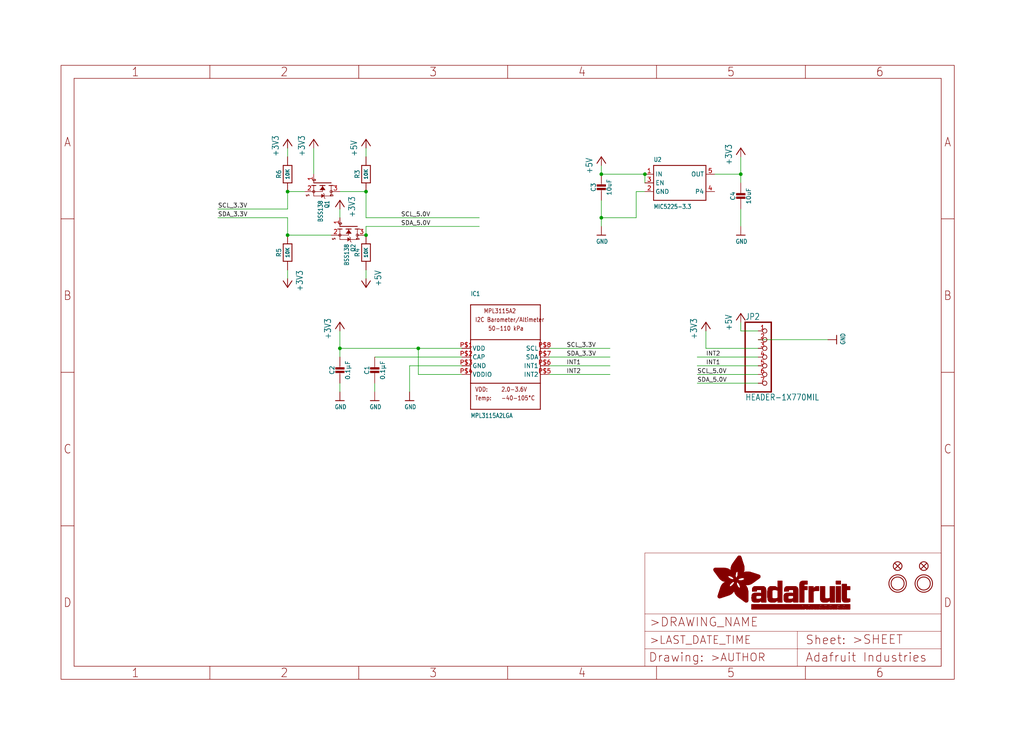
<source format=kicad_sch>
(kicad_sch (version 20211123) (generator eeschema)
  (paper "User" 298.45 217.881)
  (lib_symbols
    (symbol "eagleSchem-eagle-import:+3V3" (power)
      (property "Value" "+3V3" (at -2.54 -5.08 90))
      (symbol "+3V3_1_0"
        (pin power_in line (at 0 -2.54 90) (length 2.54) (name "+3V3") (number "1"))
      )
    )
    (symbol "eagleSchem-eagle-import:+5V" (power)
      (property "Value" "+5V" (at -2.54 -5.08 90))
      (symbol "+5V_1_0"
        (pin power_in line (at 0 -2.54 90) (length 2.54) (name "+5V") (number "1"))
      )
    )
    (symbol "eagleSchem-eagle-import:CAP_CERAMIC0805-NOOUTLINE"
      (property "Reference" "C" (at -2.29 1.25 90))
      (property "Value" "CAP_CERAMIC0805-NOOUTLINE" (at 2.3 1.25 90))
      (symbol "CAP_CERAMIC0805-NOOUTLINE_1_0"
        (pin passive line (at 0 5.08 270) (length 2.54) (name "1") (number "1"))
        (pin passive line (at 0 -2.54 90) (length 2.54) (name "2") (number "2"))
      )
    )
    (symbol "eagleSchem-eagle-import:FIDUCIAL{dblquote}{dblquote}")
    (symbol "eagleSchem-eagle-import:FRAME_A4_ADAFRUIT"
      (symbol "FRAME_A4_ADAFRUIT_0_0"
        (text "1" (at 21.6958 1.905 0) (effects (font (size 2.54 2.286))))
        (text "1" (at 21.6958 177.165 0) (effects (font (size 2.54 2.286))))
        (text "2" (at 65.0875 1.905 0) (effects (font (size 2.54 2.286))))
        (text "2" (at 65.0875 177.165 0) (effects (font (size 2.54 2.286))))
        (text "3" (at 108.4792 1.905 0) (effects (font (size 2.54 2.286))))
        (text "3" (at 108.4792 177.165 0) (effects (font (size 2.54 2.286))))
        (text "4" (at 151.8708 1.905 0) (effects (font (size 2.54 2.286))))
        (text "4" (at 151.8708 177.165 0) (effects (font (size 2.54 2.286))))
        (text "5" (at 195.2625 1.905 0) (effects (font (size 2.54 2.286))))
        (text "5" (at 195.2625 177.165 0) (effects (font (size 2.54 2.286))))
        (text "6" (at 238.6542 1.905 0) (effects (font (size 2.54 2.286))))
        (text "6" (at 238.6542 177.165 0) (effects (font (size 2.54 2.286))))
        (text "A" (at 1.905 156.6863 0) (effects (font (size 2.54 2.286))))
        (text "A" (at 258.445 156.6863 0) (effects (font (size 2.54 2.286))))
        (text "B" (at 1.905 111.9188 0) (effects (font (size 2.54 2.286))))
        (text "B" (at 258.445 111.9188 0) (effects (font (size 2.54 2.286))))
        (text "C" (at 1.905 67.1513 0) (effects (font (size 2.54 2.286))))
        (text "C" (at 258.445 67.1513 0) (effects (font (size 2.54 2.286))))
        (text "D" (at 1.905 22.3838 0) (effects (font (size 2.54 2.286))))
        (text "D" (at 258.445 22.3838 0) (effects (font (size 2.54 2.286))))
      )
      (symbol "FRAME_A4_ADAFRUIT_1_0"
        (text ">AUTHOR" (at 189.23 5.08 0) (effects (font (size 2.286 2.286)) (justify left bottom)))
        (text ">DRAWING_NAME" (at 171.45 15.24 0) (effects (font (size 2.54 2.54)) (justify left bottom)))
        (text ">LAST_DATE_TIME" (at 171.45 10.16 0) (effects (font (size 2.286 2.286)) (justify left bottom)))
        (text ">SHEET" (at 230.505 10.16 0) (effects (font (size 2.54 2.54)) (justify left bottom)))
        (text "Adafruit Industries" (at 216.916 4.953 0) (effects (font (size 2.54 2.54)) (justify left bottom)))
        (text "Drawing:" (at 171.196 4.953 0) (effects (font (size 2.54 2.54)) (justify left bottom)))
        (text "Sheet:" (at 216.916 10.033 0) (effects (font (size 2.54 2.54)) (justify left bottom)))
      )
    )
    (symbol "eagleSchem-eagle-import:GND" (power)
      (property "Value" "GND" (at -1.524 -2.54 0))
      (symbol "GND_1_0"
        (pin power_in line (at 0 2.54 270) (length 2.54) (name "GND") (number "1"))
      )
    )
    (symbol "eagleSchem-eagle-import:HEADER-1X770MIL"
      (property "Reference" "JP" (at -6.35 10.795 0))
      (property "Value" "HEADER-1X770MIL" (at -6.35 -12.7 0))
      (symbol "HEADER-1X770MIL_1_0"
        (pin passive inverted (at -2.54 7.62 0) (length 2.54) (name "1") (number "1"))
        (pin passive inverted (at -2.54 5.08 0) (length 2.54) (name "2") (number "2"))
        (pin passive inverted (at -2.54 2.54 0) (length 2.54) (name "3") (number "3"))
        (pin passive inverted (at -2.54 0 0) (length 2.54) (name "4") (number "4"))
        (pin passive inverted (at -2.54 -2.54 0) (length 2.54) (name "5") (number "5"))
        (pin passive inverted (at -2.54 -5.08 0) (length 2.54) (name "6") (number "6"))
        (pin passive inverted (at -2.54 -7.62 0) (length 2.54) (name "7") (number "7"))
      )
    )
    (symbol "eagleSchem-eagle-import:MOSFET-NWIDE"
      (property "Reference" "Q" (at 5.08 0.635 0))
      (property "Value" "MOSFET-NWIDE" (at 5.08 -1.27 0))
      (symbol "MOSFET-NWIDE_1_0"
        (text "D" (at 3.175 3.175 0) (effects (font (size 0.8128 0.6908)) (justify left bottom)))
        (text "G" (at -1.27 -1.905 0) (effects (font (size 0.8128 0.6908)) (justify left bottom)))
        (text "S" (at 3.175 -3.81 0) (effects (font (size 0.8128 0.6908)) (justify left bottom)))
        (pin bidirectional line (at -2.54 -2.54 0) (length 2.54) (name "G") (number "1"))
        (pin bidirectional line (at 2.54 -5.08 90) (length 2.54) (name "S") (number "2"))
        (pin bidirectional line (at 2.54 5.08 270) (length 2.54) (name "D") (number "3"))
      )
    )
    (symbol "eagleSchem-eagle-import:MOUNTINGHOLE2.5")
    (symbol "eagleSchem-eagle-import:MPL3115A2LGA"
      (property "Reference" "IC" (at -10.16 20.32 0))
      (property "Value" "MPL3115A2LGA" (at -10.16 -15.24 0))
      (symbol "MPL3115A2LGA_1_0"
        (text "-40-105°C" (at -1.27 -10.16 0) (effects (font (size 1.27 1.0795)) (justify left bottom)))
        (text "2.0-3.6V" (at -1.27 -7.62 0) (effects (font (size 1.27 1.0795)) (justify left bottom)))
        (text "50-110 kPa" (at -5.08 10.16 0) (effects (font (size 1.27 1.0795)) (justify left bottom)))
        (text "I2C Barometer/Altimeter" (at -8.89 12.7 0) (effects (font (size 1.27 1.0795)) (justify left bottom)))
        (text "MPL3115A2" (at -6.35 15.24 0) (effects (font (size 1.27 1.0795)) (justify left bottom)))
        (text "Temp:" (at -8.89 -10.16 0) (effects (font (size 1.27 1.0795)) (justify left bottom)))
        (text "VDD:" (at -8.89 -7.62 0) (effects (font (size 1.27 1.0795)) (justify left bottom)))
        (pin power_in line (at -12.7 5.08 0) (length 2.54) (name "VDD") (number "P$1"))
        (pin passive line (at -12.7 2.54 0) (length 2.54) (name "CAP") (number "P$2"))
        (pin power_in line (at -12.7 0 0) (length 2.54) (name "GND") (number "P$3"))
        (pin power_in line (at -12.7 -2.54 0) (length 2.54) (name "VDDIO") (number "P$4"))
        (pin output line (at 12.7 -2.54 180) (length 2.54) (name "INT2") (number "P$5"))
        (pin output line (at 12.7 0 180) (length 2.54) (name "INT1") (number "P$6"))
        (pin bidirectional line (at 12.7 2.54 180) (length 2.54) (name "SDA") (number "P$7"))
        (pin bidirectional line (at 12.7 5.08 180) (length 2.54) (name "SCL") (number "P$8"))
      )
    )
    (symbol "eagleSchem-eagle-import:RESISTOR0805_NOOUTLINE"
      (property "Reference" "R" (at 0 2.54 0))
      (property "Value" "RESISTOR0805_NOOUTLINE" (at 0 0 0))
      (symbol "RESISTOR0805_NOOUTLINE_1_0"
        (pin passive line (at -5.08 0 0) (length 2.54) (name "1") (number "1"))
        (pin passive line (at 5.08 0 180) (length 2.54) (name "2") (number "2"))
      )
    )
    (symbol "eagleSchem-eagle-import:VREG_SOT23-5"
      (property "Reference" "U" (at -7.62 6.096 0))
      (property "Value" "VREG_SOT23-5" (at -7.62 -7.62 0))
      (symbol "VREG_SOT23-5_1_0"
        (pin power_in line (at -10.16 2.54 0) (length 2.54) (name "IN") (number "1"))
        (pin power_in line (at -10.16 -2.54 0) (length 2.54) (name "GND") (number "2"))
        (pin input line (at -10.16 0 0) (length 2.54) (name "EN") (number "3"))
        (pin bidirectional line (at 10.16 -2.54 180) (length 2.54) (name "P4") (number "4"))
        (pin power_in line (at 10.16 2.54 180) (length 2.54) (name "OUT") (number "5"))
      )
    )
  )
  (junction (at 175.26 63.5))
  (junction (at 106.68 55.88))
  (junction (at 121.92 101.6))
  (junction (at 175.26 50.8))
  (junction (at 215.9 50.8))
  (junction (at 83.82 68.58))
  (junction (at 187.96 50.8))
  (junction (at 99.06 101.6))
  (junction (at 83.82 55.88))
  (junction (at 106.68 68.58))
  (wire (pts (xy 187.96 55.88) (xy 185.42 55.88)))
  (wire (pts (xy 121.92 101.6) (xy 99.06 101.6)))
  (wire (pts (xy 160.02 104.14) (xy 177.8 104.14)))
  (wire (pts (xy 215.9 96.52) (xy 220.98 96.52)))
  (wire (pts (xy 215.9 93.98) (xy 215.9 96.52)))
  (wire (pts (xy 83.82 68.58) (xy 83.82 63.5)))
  (wire (pts (xy 134.62 104.14) (xy 109.22 104.14)))
  (wire (pts (xy 175.26 63.5) (xy 175.26 66.04)))
  (wire (pts (xy 203.2 106.68) (xy 220.98 106.68)))
  (wire (pts (xy 99.06 60.96) (xy 99.06 63.5)))
  (wire (pts (xy 99.06 55.88) (xy 106.68 55.88)))
  (wire (pts (xy 91.44 50.8) (xy 91.44 43.18)))
  (wire (pts (xy 99.06 111.76) (xy 99.06 114.3)))
  (wire (pts (xy 220.98 104.14) (xy 203.2 104.14)))
  (wire (pts (xy 83.82 43.18) (xy 83.82 45.72)))
  (wire (pts (xy 63.5 63.5) (xy 83.82 63.5)))
  (wire (pts (xy 220.98 111.76) (xy 203.2 111.76)))
  (wire (pts (xy 160.02 106.68) (xy 177.8 106.68)))
  (wire (pts (xy 205.74 101.6) (xy 205.74 96.52)))
  (wire (pts (xy 106.68 55.88) (xy 106.68 63.5)))
  (wire (pts (xy 185.42 55.88) (xy 185.42 63.5)))
  (wire (pts (xy 96.52 68.58) (xy 83.82 68.58)))
  (wire (pts (xy 99.06 96.52) (xy 99.06 101.6)))
  (wire (pts (xy 119.38 106.68) (xy 119.38 114.3)))
  (wire (pts (xy 134.62 106.68) (xy 119.38 106.68)))
  (wire (pts (xy 106.68 66.04) (xy 139.7 66.04)))
  (wire (pts (xy 175.26 48.26) (xy 175.26 50.8)))
  (wire (pts (xy 83.82 55.88) (xy 88.9 55.88)))
  (wire (pts (xy 160.02 101.6) (xy 177.8 101.6)))
  (wire (pts (xy 208.28 50.8) (xy 215.9 50.8)))
  (wire (pts (xy 215.9 60.96) (xy 215.9 66.04)))
  (wire (pts (xy 83.82 81.28) (xy 83.82 78.74)))
  (wire (pts (xy 185.42 63.5) (xy 175.26 63.5)))
  (wire (pts (xy 99.06 101.6) (xy 99.06 104.14)))
  (wire (pts (xy 175.26 63.5) (xy 175.26 58.42)))
  (wire (pts (xy 121.92 101.6) (xy 121.92 109.22)))
  (wire (pts (xy 187.96 50.8) (xy 175.26 50.8)))
  (wire (pts (xy 134.62 101.6) (xy 121.92 101.6)))
  (wire (pts (xy 106.68 63.5) (xy 139.7 63.5)))
  (wire (pts (xy 220.98 99.06) (xy 241.3 99.06)))
  (wire (pts (xy 215.9 50.8) (xy 215.9 45.72)))
  (wire (pts (xy 187.96 53.34) (xy 187.96 50.8)))
  (wire (pts (xy 106.68 43.18) (xy 106.68 45.72)))
  (wire (pts (xy 220.98 109.22) (xy 203.2 109.22)))
  (wire (pts (xy 160.02 109.22) (xy 177.8 109.22)))
  (wire (pts (xy 134.62 109.22) (xy 121.92 109.22)))
  (wire (pts (xy 106.68 81.28) (xy 106.68 78.74)))
  (wire (pts (xy 109.22 111.76) (xy 109.22 114.3)))
  (wire (pts (xy 220.98 101.6) (xy 205.74 101.6)))
  (wire (pts (xy 83.82 60.96) (xy 83.82 55.88)))
  (wire (pts (xy 106.68 68.58) (xy 106.68 66.04)))
  (wire (pts (xy 215.9 50.8) (xy 215.9 53.34)))
  (wire (pts (xy 83.82 60.96) (xy 63.5 60.96)))
  (label "INT1" (at 205.74 106.68 0) (effects (font (size 1.2446 1.2446))))
  (label "SDA_5.0V" (at 203.2 111.76 0) (effects (font (size 1.2446 1.2446))))
  (label "INT1" (at 165.1 106.68 0) (effects (font (size 1.2446 1.2446))))
  (label "SDA_5.0V" (at 116.84 66.04 0) (effects (font (size 1.2446 1.2446))))
  (label "SCL_5.0V" (at 203.2 109.22 0) (effects (font (size 1.2446 1.2446))))
  (label "SDA_3.3V" (at 165.1 104.14 0) (effects (font (size 1.2446 1.2446))))
  (label "INT2" (at 205.74 104.14 0) (effects (font (size 1.2446 1.2446))))
  (label "SCL_3.3V" (at 165.1 101.6 0) (effects (font (size 1.2446 1.2446))))
  (label "SDA_3.3V" (at 63.5 63.5 0) (effects (font (size 1.2446 1.2446))))
  (label "SCL_3.3V" (at 63.5 60.96 0) (effects (font (size 1.2446 1.2446))))
  (label "INT2" (at 165.1 109.22 0) (effects (font (size 1.2446 1.2446))))
  (label "SCL_5.0V" (at 116.84 63.5 0) (effects (font (size 1.2446 1.2446))))
  (symbol (lib_id "eagleSchem-eagle-import:VREG_SOT23-5") (at 198.12 53.34 0) (unit 1)
    (property "Reference" "U2" (at 190.5 47.244 0) (effects (font (size 1.27 1.0795)) (justify left bottom)))
    (property "Value" "MIC5225-3.3" (at 190.5 60.96 0) (effects (font (size 1.27 1.0795)) (justify left bottom)))
    (property "Footprint" "eagleSchem:SOT23-5" (effects hide))
  )
  (symbol (lib_id "eagleSchem-eagle-import:CAP_CERAMIC0805-NOOUTLINE") (at 175.26 55.88 0) (unit 1)
    (property "Reference" "C3" (at 172.97 54.63 90))
    (property "Value" "10uF" (at 177.56 54.63 90))
    (property "Footprint" "eagleSchem:0805-NO" (effects hide))
  )
  (symbol (lib_id "eagleSchem-eagle-import:GND") (at 99.06 116.84 0) (unit 1)
    (property "Reference" "#U$11" (effects hide))
    (property "Value" "GND" (at 97.536 119.38 0) (effects (font (size 1.27 1.0795)) (justify left bottom)))
    (property "Footprint" "eagleSchem:" (effects hide))
  )
  (symbol (lib_id "eagleSchem-eagle-import:+3V3") (at 83.82 83.82 180) (unit 1)
    (property "Reference" "#+3V5" (effects hide))
    (property "Value" "+3V3" (at 86.36 78.74 90) (effects (font (size 1.778 1.5113)) (justify left bottom)))
    (property "Footprint" "eagleSchem:" (effects hide))
  )
  (symbol (lib_id "eagleSchem-eagle-import:GND") (at 243.84 99.06 90) (unit 1)
    (property "Reference" "#U$4" (effects hide))
    (property "Value" "GND" (at 246.38 100.584 0) (effects (font (size 1.27 1.0795)) (justify left bottom)))
    (property "Footprint" "eagleSchem:" (effects hide))
  )
  (symbol (lib_id "eagleSchem-eagle-import:RESISTOR0805_NOOUTLINE") (at 106.68 50.8 90) (unit 1)
    (property "Reference" "R3" (at 104.14 50.8 0))
    (property "Value" "10K" (at 106.68 50.8 0) (effects (font (size 1.016 1.016) bold)))
    (property "Footprint" "eagleSchem:0805-NO" (effects hide))
  )
  (symbol (lib_id "eagleSchem-eagle-import:GND") (at 175.26 68.58 0) (unit 1)
    (property "Reference" "#U$13" (effects hide))
    (property "Value" "GND" (at 173.736 71.12 0) (effects (font (size 1.27 1.0795)) (justify left bottom)))
    (property "Footprint" "eagleSchem:" (effects hide))
  )
  (symbol (lib_id "eagleSchem-eagle-import:+3V3") (at 83.82 40.64 0) (unit 1)
    (property "Reference" "#+3V4" (effects hide))
    (property "Value" "+3V3" (at 81.28 45.72 90) (effects (font (size 1.778 1.5113)) (justify left bottom)))
    (property "Footprint" "eagleSchem:" (effects hide))
  )
  (symbol (lib_id "eagleSchem-eagle-import:MPL3115A2LGA") (at 147.32 106.68 0) (unit 1)
    (property "Reference" "IC1" (at 137.16 86.36 0) (effects (font (size 1.27 1.0795)) (justify left bottom)))
    (property "Value" "MPL3115A2LGA" (at 137.16 121.92 0) (effects (font (size 1.27 1.0795)) (justify left bottom)))
    (property "Footprint" "eagleSchem:LGA8" (effects hide))
  )
  (symbol (lib_id "eagleSchem-eagle-import:MOUNTINGHOLE2.5") (at 269.24 170.18 0) (unit 1)
    (property "Reference" "U$8" (effects hide))
    (property "Value" "MOUNTINGHOLE2.5" (effects hide))
    (property "Footprint" "eagleSchem:MOUNTINGHOLE_2.5_PLATED" (effects hide))
  )
  (symbol (lib_id "eagleSchem-eagle-import:GND") (at 119.38 116.84 0) (unit 1)
    (property "Reference" "#U$3" (effects hide))
    (property "Value" "GND" (at 117.856 119.38 0) (effects (font (size 1.27 1.0795)) (justify left bottom)))
    (property "Footprint" "eagleSchem:" (effects hide))
  )
  (symbol (lib_id "eagleSchem-eagle-import:RESISTOR0805_NOOUTLINE") (at 106.68 73.66 90) (unit 1)
    (property "Reference" "R4" (at 104.14 73.66 0))
    (property "Value" "10K" (at 106.68 73.66 0) (effects (font (size 1.016 1.016) bold)))
    (property "Footprint" "eagleSchem:0805-NO" (effects hide))
  )
  (symbol (lib_id "eagleSchem-eagle-import:+3V3") (at 99.06 58.42 0) (mirror y) (unit 1)
    (property "Reference" "#+3V3" (effects hide))
    (property "Value" "+3V3" (at 101.6 63.5 90) (effects (font (size 1.778 1.5113)) (justify left bottom)))
    (property "Footprint" "eagleSchem:" (effects hide))
  )
  (symbol (lib_id "eagleSchem-eagle-import:+3V3") (at 91.44 40.64 0) (unit 1)
    (property "Reference" "#+3V2" (effects hide))
    (property "Value" "+3V3" (at 88.9 45.72 90) (effects (font (size 1.778 1.5113)) (justify left bottom)))
    (property "Footprint" "eagleSchem:" (effects hide))
  )
  (symbol (lib_id "eagleSchem-eagle-import:+3V3") (at 215.9 43.18 0) (unit 1)
    (property "Reference" "#+3V6" (effects hide))
    (property "Value" "+3V3" (at 213.36 48.26 90) (effects (font (size 1.778 1.5113)) (justify left bottom)))
    (property "Footprint" "eagleSchem:" (effects hide))
  )
  (symbol (lib_id "eagleSchem-eagle-import:FRAME_A4_ADAFRUIT") (at 17.78 198.12 0) (unit 1)
    (property "Reference" "#U$1" (effects hide))
    (property "Value" "FRAME_A4_ADAFRUIT" (effects hide))
    (property "Footprint" "eagleSchem:" (effects hide))
  )
  (symbol (lib_id "eagleSchem-eagle-import:RESISTOR0805_NOOUTLINE") (at 83.82 50.8 90) (unit 1)
    (property "Reference" "R6" (at 81.28 50.8 0))
    (property "Value" "10K" (at 83.82 50.8 0) (effects (font (size 1.016 1.016) bold)))
    (property "Footprint" "eagleSchem:0805-NO" (effects hide))
  )
  (symbol (lib_id "eagleSchem-eagle-import:+5V") (at 106.68 40.64 0) (unit 1)
    (property "Reference" "#P+1" (effects hide))
    (property "Value" "+5V" (at 104.14 45.72 90) (effects (font (size 1.778 1.5113)) (justify left bottom)))
    (property "Footprint" "eagleSchem:" (effects hide))
  )
  (symbol (lib_id "eagleSchem-eagle-import:GND") (at 109.22 116.84 0) (unit 1)
    (property "Reference" "#U$10" (effects hide))
    (property "Value" "GND" (at 107.696 119.38 0) (effects (font (size 1.27 1.0795)) (justify left bottom)))
    (property "Footprint" "eagleSchem:" (effects hide))
  )
  (symbol (lib_id "eagleSchem-eagle-import:+5V") (at 106.68 83.82 180) (unit 1)
    (property "Reference" "#P+3" (effects hide))
    (property "Value" "+5V" (at 109.22 78.74 90) (effects (font (size 1.778 1.5113)) (justify left bottom)))
    (property "Footprint" "eagleSchem:" (effects hide))
  )
  (symbol (lib_id "eagleSchem-eagle-import:MOSFET-NWIDE") (at 93.98 53.34 270) (unit 1)
    (property "Reference" "Q1" (at 94.615 58.42 0) (effects (font (size 1.27 1.0795)) (justify left bottom)))
    (property "Value" "BSS138" (at 92.71 58.42 0) (effects (font (size 1.27 1.0795)) (justify left bottom)))
    (property "Footprint" "eagleSchem:SOT23-WIDE" (effects hide))
  )
  (symbol (lib_id "eagleSchem-eagle-import:FIDUCIAL{dblquote}{dblquote}") (at 269.24 165.1 0) (unit 1)
    (property "Reference" "FID1" (effects hide))
    (property "Value" "FIDUCIAL{dblquote}{dblquote}" (effects hide))
    (property "Footprint" "eagleSchem:FIDUCIAL_1MM" (effects hide))
  )
  (symbol (lib_id "eagleSchem-eagle-import:CAP_CERAMIC0805-NOOUTLINE") (at 99.06 109.22 0) (unit 1)
    (property "Reference" "C2" (at 96.77 107.97 90))
    (property "Value" "0.1µF" (at 101.36 107.97 90))
    (property "Footprint" "eagleSchem:0805-NO" (effects hide))
  )
  (symbol (lib_id "eagleSchem-eagle-import:+3V3") (at 99.06 93.98 0) (unit 1)
    (property "Reference" "#+3V1" (effects hide))
    (property "Value" "+3V3" (at 96.52 99.06 90) (effects (font (size 1.778 1.5113)) (justify left bottom)))
    (property "Footprint" "eagleSchem:" (effects hide))
  )
  (symbol (lib_id "eagleSchem-eagle-import:RESISTOR0805_NOOUTLINE") (at 83.82 73.66 90) (unit 1)
    (property "Reference" "R5" (at 81.28 73.66 0))
    (property "Value" "10K" (at 83.82 73.66 0) (effects (font (size 1.016 1.016) bold)))
    (property "Footprint" "eagleSchem:0805-NO" (effects hide))
  )
  (symbol (lib_id "eagleSchem-eagle-import:MOSFET-NWIDE") (at 101.6 66.04 270) (unit 1)
    (property "Reference" "Q2" (at 102.235 71.12 0) (effects (font (size 1.27 1.0795)) (justify left bottom)))
    (property "Value" "BSS138" (at 100.33 71.12 0) (effects (font (size 1.27 1.0795)) (justify left bottom)))
    (property "Footprint" "eagleSchem:SOT23-WIDE" (effects hide))
  )
  (symbol (lib_id "eagleSchem-eagle-import:HEADER-1X770MIL") (at 223.52 104.14 0) (unit 1)
    (property "Reference" "JP2" (at 217.17 93.345 0) (effects (font (size 1.778 1.5113)) (justify left bottom)))
    (property "Value" "HEADER-1X770MIL" (at 217.17 116.84 0) (effects (font (size 1.778 1.5113)) (justify left bottom)))
    (property "Footprint" "eagleSchem:1X07_ROUND_70" (effects hide))
  )
  (symbol (lib_id "eagleSchem-eagle-import:+3V3") (at 205.74 93.98 0) (unit 1)
    (property "Reference" "#+3V7" (effects hide))
    (property "Value" "+3V3" (at 203.2 99.06 90) (effects (font (size 1.778 1.5113)) (justify left bottom)))
    (property "Footprint" "eagleSchem:" (effects hide))
  )
  (symbol (lib_id "eagleSchem-eagle-import:CAP_CERAMIC0805-NOOUTLINE") (at 215.9 58.42 0) (unit 1)
    (property "Reference" "C4" (at 213.61 57.17 90))
    (property "Value" "10uF" (at 218.2 57.17 90))
    (property "Footprint" "eagleSchem:0805-NO" (effects hide))
  )
  (symbol (lib_id "eagleSchem-eagle-import:+5V") (at 215.9 91.44 0) (unit 1)
    (property "Reference" "#P+5" (effects hide))
    (property "Value" "+5V" (at 213.36 96.52 90) (effects (font (size 1.778 1.5113)) (justify left bottom)))
    (property "Footprint" "eagleSchem:" (effects hide))
  )
  (symbol (lib_id "eagleSchem-eagle-import:MOUNTINGHOLE2.5") (at 261.62 170.18 0) (unit 1)
    (property "Reference" "U$9" (effects hide))
    (property "Value" "MOUNTINGHOLE2.5" (effects hide))
    (property "Footprint" "eagleSchem:MOUNTINGHOLE_2.5_PLATED" (effects hide))
  )
  (symbol (lib_id "eagleSchem-eagle-import:+5V") (at 175.26 45.72 0) (unit 1)
    (property "Reference" "#P+4" (effects hide))
    (property "Value" "+5V" (at 172.72 50.8 90) (effects (font (size 1.778 1.5113)) (justify left bottom)))
    (property "Footprint" "eagleSchem:" (effects hide))
  )
  (symbol (lib_id "eagleSchem-eagle-import:GND") (at 215.9 68.58 0) (unit 1)
    (property "Reference" "#U$2" (effects hide))
    (property "Value" "GND" (at 214.376 71.12 0) (effects (font (size 1.27 1.0795)) (justify left bottom)))
    (property "Footprint" "eagleSchem:" (effects hide))
  )
  (symbol (lib_id "eagleSchem-eagle-import:FIDUCIAL{dblquote}{dblquote}") (at 261.62 165.1 0) (unit 1)
    (property "Reference" "FID2" (effects hide))
    (property "Value" "FIDUCIAL{dblquote}{dblquote}" (effects hide))
    (property "Footprint" "eagleSchem:FIDUCIAL_1MM" (effects hide))
  )
  (symbol (lib_id "eagleSchem-eagle-import:CAP_CERAMIC0805-NOOUTLINE") (at 109.22 109.22 0) (unit 1)
    (property "Reference" "C1" (at 106.93 107.97 90))
    (property "Value" "0.1µF" (at 111.52 107.97 90))
    (property "Footprint" "eagleSchem:0805-NO" (effects hide))
  )
)
</source>
